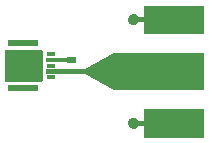
<source format=gtl>
G04 ===== Begin FILE IDENTIFICATION =====*
G04 File Format:  Gerber RS274X*
G04 ===== End FILE IDENTIFICATION =====*
%FSLAX24Y24*%
%MOMM*%
%SFA1.0000B1.0000*%
%OFA0.0B0.0*%
%ADD14R,2.601000X0.599400*%
%ADD15R,2.601000X0.599500*%
%ADD16R,0.800100X0.350500*%
%ADD17R,0.800100X0.350600*%
%LNcond*%
%IPPOS*%
%LPD*%
G75*
G36*
G01X0Y47395D02*
G01X31090D01*
G01X32004Y49046D01*
G01Y72668D01*
G01X31090Y74319D01*
G01X0D01*
G01Y47395D01*
G37*
D14*
X15545Y41858D03*
D15*
Y79857D03*
D16*
X38558Y50876D03*
G36*
G01X34557Y54126D02*
G01X67558D01*
G01X92558Y40539D01*
G01X168358D01*
G01Y71219D01*
G01X92558D01*
G01X67558Y57632D01*
G01X34557D01*
G01Y54126D01*
G37*
D16*
X38558Y60858D03*
G36*
G01X34557Y64109D02*
G01X42558D01*
G01Y64108D01*
G01X47558D01*
G01X57558Y63361D01*
G01X60058D01*
G01Y68361D01*
G01X57558D01*
G01X47558Y67614D01*
G01X34557D01*
G01Y64109D01*
G37*
D17*
X38558Y70865D03*
G36*
G01X103842Y99695D02*
G03X112918Y97409I4826J0D01*
G01X117558D01*
G01Y87630D01*
G01X168358D01*
G01Y111760D01*
G01X117558D01*
G01Y101981D01*
G01X112918D01*
G03X103842Y99695I-4250J-2286D01*
G01X103842Y99695D01*
G37*
G36*
G01X103849Y12065D02*
G03X112925Y9779I4826J0D01*
G01X117558D01*
G01Y0D01*
G01X168358D01*
G01Y24130D01*
G01X117558D01*
G01Y14351D01*
G01X112925D01*
G03X103849Y12065I-4250J-2286D01*
G01X103849Y12065D01*
G37*
M02*


</source>
